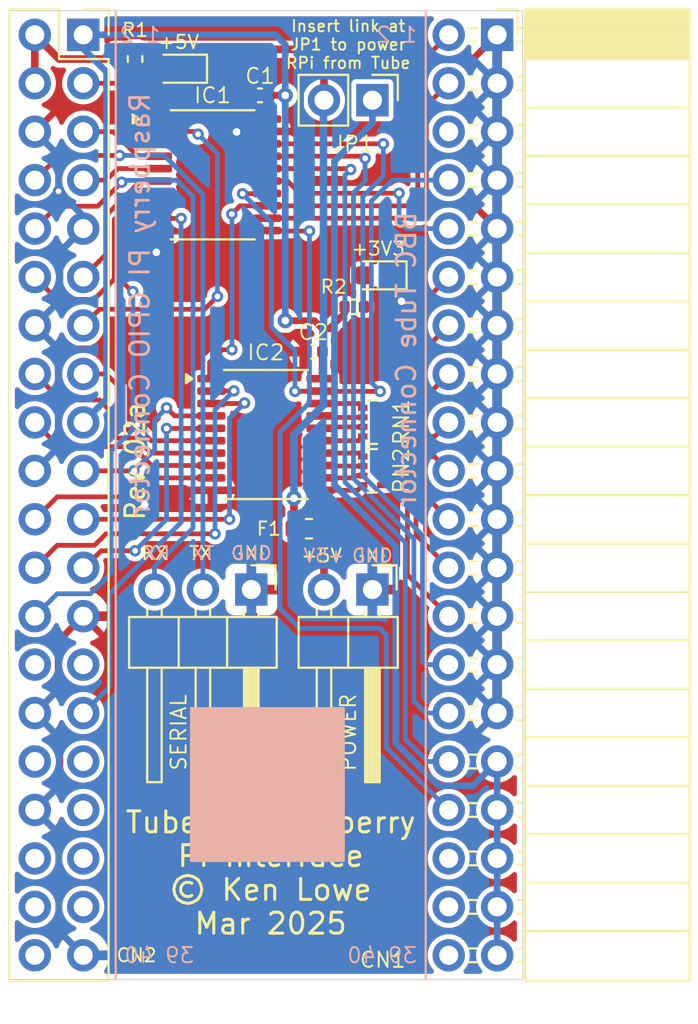
<source format=kicad_pcb>
(kicad_pcb (version 20241229) (generator "pcbnew") (generator_version "9.0")
  (title_block (title "BBC Micro Tube to Raspberry PI Zero Interface") (date "2025-03-31") (rev "02a") (company "Ken Lowe") (comment 1 "Rev 02a - Minor position change for RN2") (comment 2 "Rev 02 - Added 500mA Polyfuse. Increased LED resistor sizes") (comment 3 "Rev 01 - Initial Release"))
  (layers (0 "F.Cu" signal) (2 "B.Cu" signal) (13 "F.Paste" user) (15 "B.Paste" user) (5 "F.SilkS" user "F.Silkscreen") (7 "B.SilkS" user "B.Silkscreen") (1 "F.Mask" user) (3 "B.Mask" user) (25 "Edge.Cuts" user))
  (net 0 "")
  (net 1 "/A6")
  (net 2 "/A5")
  (net 3 "/A4")
  (net 4 "/A3")
  (net 5 "/A2")
  (net 6 "/A1")
  (net 7 "/A0")
  (net 8 "GND")
  (net 9 "/D7")
  (net 10 "/D6")
  (net 11 "/D5")
  (net 12 "/D4")
  (net 13 "/D3")
  (net 14 "/D2")
  (net 15 "/D1")
  (net 16 "/~{RST}")
  (net 17 "/~{IRQ}")
  (net 18 "/R~{W}")
  (net 19 "/L~{RST}")
  (net 20 "/LA0")
  (net 21 "/LA3")
  (net 22 "/LD4")
  (net 23 "/LD3")
  (net 24 "/LD5")
  (net 25 "/LD6")
  (net 26 "/LD7")
  (net 27 "/LR~{W}")
  (net 28 "/LA2")
  (net 29 "/LA1")
  (net 30 "/SerRX")
  (net 31 "/SerTX")
  (net 32 "/LD2")
  (net 33 "/LD1")
  (net 34 "/LD0")
  (net 35 "/D0")
  (net 36 "+3V3")
  (net 37 "/L2MHz")
  (net 38 "/RPiPWR")
  (net 39 "/TPWR")
  (net 40 "/~{TUBE}")
  (net 41 "/2MHz")
  (net 42 "/L~{TUBE}")
  (net 43 "/IC2_D0")
  (net 44 "/IC2_D1")
  (net 45 "/IC2_D2")
  (net 46 "/IC2_D3")
  (net 47 "/IC2_D4")
  (net 48 "/IC2_D5")
  (net 49 "/IC2_D6")
  (net 50 "/IC2_D7")
  (net 51 "Net-(D1-A)")
  (net 52 "Net-(D2-A)")
  (net 53 "Net-(PWR1-Pin_2)")
  (footprint "Resistor_SMD:R_Array_Concave_4x0402" (layer "F.Cu") (at 142.1304 76.188)
    (property "Reference" "RN1")
    (property "Value" "33R")
  )
  (footprint "Resistor_SMD:R_Array_Concave_4x0402" (layer "F.Cu") (at 142.1304 78.74)
    (property "Reference" "RN2")
    (property "Value" "33R")
  )
  (footprint "Connector_PinHeader_2.54mm:PinHeader_1x02_P2.54mm_Vertical" (layer "F.Cu") (at 142.1384 59.309 -90)
    (property "Reference" "JP1")
    (property "Value" "Conn_01x02")
  )
  (footprint "Capacitor_SMD:C_0402_1005Metric" (layer "F.Cu") (at 139.0396 72.4916 180)
    (property "Reference" "C2")
    (property "Value" "100nF")
  )
  (footprint "Connector_PinHeader_2.54mm:PinHeader_1x03_P2.54mm_Horizontal" (layer "F.Cu") (at 135.7884 84.963 -90)
    (property "Reference" "SERIAL1" (hide yes))
    (property "Value" "Conn_01x03")
  )
  (footprint "Package_SO:TSSOP-20_4.4x6.5mm_P0.65mm" (layer "F.Cu") (at 136.5504 76.835)
    (property "Reference" "IC2")
    (property "Value" "SN74LVC245APWR")
  )
  (footprint "Resistor_SMD:R_0402_1005Metric" (layer "F.Cu") (at 141.1859 70.1421)
    (property "Reference" "R2")
    (property "Value" "470R")
  )
  (footprint "LED_SMD:LED_0603_1608Metric" (layer "F.Cu") (at 142.4432 68.4911 180)
    (property "Reference" "D2" (hide yes))
    (property "Value" "Red")
  )
  (footprint "LED_SMD:LED_0603_1608Metric" (layer "F.Cu") (at 131.9784 57.658 180)
    (property "Reference" "D1" (hide yes))
    (property "Value" "Green")
  )
  (footprint "Resistor_SMD:R_0402_1005Metric" (layer "F.Cu") (at 129.6924 57.15 -90)
    (property "Reference" "R1")
    (property "Value" "2K2")
  )
  (footprint "Connector_PinHeader_2.54mm:PinHeader_1x02_P2.54mm_Horizontal" (layer "F.Cu") (at 142.1384 84.963 -90)
    (property "Reference" "PWR1" (hide yes))
    (property "Value" "Conn_01x02")
  )
  (footprint "TubeAdaptor:PinSocket_2x20_P2.54mm_Horizontal_Reverse" (layer "F.Cu") (at 148.6789 55.88)
    (property "Reference" "CN1")
    (property "Value" "Tube Connector")
  )
  (footprint "Capacitor_SMD:C_0402_1005Metric" (layer "F.Cu") (at 136.2432 59.055 180)
    (property "Reference" "C1")
    (property "Value" "100nF")
  )
  (footprint "Package_SO:TSSOP-20_4.4x6.5mm_P0.65mm" (layer "F.Cu") (at 133.7564 63.2206)
    (property "Reference" "IC1")
    (property "Value" "SN74LVC245APWR")
  )
  (footprint "Fuse:Fuse_0603_1608Metric" (layer "F.Cu") (at 138.8109 81.776)
    (property "Reference" "F1")
    (property "Value" "Polyfuse")
  )
  (footprint "Connector_PinSocket_2.54mm:PinSocket_2x20_P2.54mm_Vertical" (layer "F.Cu") (at 126.9746 55.88)
    (property "Reference" "CN2")
    (property "Value" "RPi")
  )
  (gr_line (start 144.9324 105.41) (end 144.9324 54.61) (stroke (width 0.12)) (layer "B.SilkS"))
  (gr_rect (start 132.6304 91.188) (end 140.6304 99.188) (stroke (width 0.12)) (fill yes) (layer "B.SilkS"))
  (gr_line (start 128.6764 54.61) (end 128.6764 105.41) (stroke (width 0.12)) (layer "B.SilkS"))
  (gr_line (start 123.0884 105.41) (end 123.0884 54.61) (stroke (width 0.05)) (layer "Edge.Cuts"))
  (gr_line (start 150.0124 54.61) (end 123.0884 54.61) (stroke (width 0.05)) (layer "Edge.Cuts"))
  (gr_line (start 150.0124 105.41) (end 150.0124 54.61) (stroke (width 0.05)) (layer "Edge.Cuts"))
  (gr_line (start 123.0884 105.41) (end 150.0124 105.41) (stroke (width 0.05)) (layer "Edge.Cuts"))
  (gr_text "GND" (at 135.7884 83.058 0) (layer "F.SilkS") (effects (font (size 0.7 0.7) (thickness 0.1))))
  (gr_text "TX" (at 133.1214 83.058 0) (layer "F.SilkS") (effects (font (size 0.7 0.7) (thickness 0.1))))
  (gr_text "RX" (at 130.7084 83.058 0) (layer "F.SilkS") (effects (font (size 0.7 0.7) (thickness 0.1))))
  (gr_text "GND" (at 142.1384 83.185 0) (layer "F.SilkS") (effects (font (size 0.7 0.7) (thickness 0.1))))
  (gr_text "Rev 02a" (at 129.6924 78.232 90) (layer "F.SilkS") (effects (font (size 1 1))))
  (gr_text "+5V" (at 139.4714 83.185 0) (layer "F.SilkS") (effects (font (size 0.7 0.7) (thickness 0.1))))
  (gr_text "POWER" (at 140.8684 92.456 90) (layer "F.SilkS") (effects (font (size 0.8 0.8) (thickness 0.1))))
  (gr_text "+3V3" (at 142.4432 67.0941 0) (layer "F.SilkS") (effects (font (size 0.7 0.7) (thickness 0.1))))
  (gr_text "Insert link at\nJP1 to power\nRPi from Tube" (at 140.8684 56.388 0) (layer "F.SilkS") (effects (font (size 0.6 0.6) (thickness 0.1))))
  (gr_text "Tube to Raspberry\nPI Interface\n© Ken Lowe\nMar 2025" (at 136.8044 99.822 0) (layer "F.SilkS") (effects (font (size 1.1 1.1) (thickness 0.16))))
  (gr_text "SERIAL" (at 131.9784 92.456 90) (layer "F.SilkS") (effects (font (size 0.8 0.8) (thickness 0.1))))
  (gr_text "+5V" (at 131.9784 56.261 0) (layer "F.SilkS") (effects (font (size 0.7 0.7) (thickness 0.1))))
  (gr_text "1 2" (at 129.9464 55.88 0) (layer "B.SilkS") (effects (font (size 0.8 0.8) (thickness 0.1)) (justify mirror)))
  (gr_text "1 2" (at 143.4084 55.88 0) (layer "B.SilkS") (effects (font (size 0.8 0.8) (thickness 0.1)) (justify mirror)))
  (gr_text "Raspberry PI GPIO Connector" (at 129.9464 70.0278 90) (layer "B.SilkS") (effects (font (size 1 1)) (justify mirror)))
  (gr_text "GND" (at 135.7884 83.058 0) (layer "B.SilkS") (effects (font (size 0.7 0.7) (thickness 0.1)) (justify mirror)))
  (gr_text "39 40" (at 130.9624 104.14 0) (layer "B.SilkS") (effects (font (size 0.8 0.8) (thickness 0.1)) (justify mirror)))
  (gr_text "RX" (at 130.8354 83.058 0) (layer "B.SilkS") (effects (font (size 0.7 0.7) (thickness 0.1)) (justify mirror)))
  (gr_text "TX" (at 133.2484 83.058 0) (layer "B.SilkS") (effects (font (size 0.7 0.7) (thickness 0.1)) (justify mirror)))
  (gr_text "+5V" (at 139.5984 83.185 0) (layer "B.SilkS") (effects (font (size 0.7 0.7) (thickness 0.1)) (justify mirror)))
  (gr_text "GND" (at 142.1384 83.185 0) (layer "B.SilkS") (effects (font (size 0.7 0.7) (thickness 0.1)) (justify mirror)))
  (gr_text "39 40" (at 142.6464 104.14 0) (layer "B.SilkS") (effects (font (size 0.8 0.8) (thickness 0.1)) (justify mirror)))
  (gr_text "BBC Tube Connector" (at 143.9164 72.898 90) (layer "B.SilkS") (effects (font (size 1 1)) (justify mirror)))
  (segment (start 138.8364 66.167) (end 136.7278 66.167) (width 0.25) (layer "F.Cu") (net 4))
  (via (at 138.8364 66.167) (size 0.6) (drill 0.3) (layers "F.Cu" "B.Cu") (net 4))
  (segment (start 142.863391 93.244491) (end 146.1389 96.52) (width 0.25) (layer "B.Cu") (net 4))
  (segment (start 138.8364 75.172) (end 137.2984 76.71) (width 0.25) (layer "B.Cu") (net 4))
  (segment (start 137.2984 76.71) (end 137.2984 85.965) (width 0.25) (layer "B.Cu") (net 4))
  (segment (start 142.524361 86.999961) (end 142.863391 87.338991) (width 0.25) (layer "B.Cu") (net 4))
  (segment (start 138.8364 66.167) (end 138.8364 75.172) (width 0.25) (layer "B.Cu") (net 4))
  (segment (start 142.863391 87.338991) (end 142.863391 93.244491) (width 0.25) (layer "B.Cu") (net 4))
  (segment (start 138.333361 86.999961) (end 142.524361 86.999961) (width 0.25) (layer "B.Cu") (net 4))
  (segment (start 137.2984 85.965) (end 138.333361 86.999961) (width 0.25) (layer "B.Cu") (net 4))
  (segment (start 136.7064 62.8956) (end 140.945 62.8956) (width 0.25) (layer "F.Cu") (net 5))
  (segment (start 140.945 62.8956) (end 140.9954 62.946) (width 0.25) (layer "F.Cu") (net 5))
  (via (at 140.9954 62.946) (size 0.6) (drill 0.3) (layers "F.Cu" "B.Cu") (net 5))
  (segment (start 143.863411 82.495803) (end 143.863411 92.810393) (width 0.25) (layer "B.Cu") (net 5))
  (segment (start 140.695401 63.245999) (end 140.695401 79.327793) (width 0.25) (layer "B.Cu") (net 5))
  (segment (start 140.695401 79.327793) (end 143.863411 82.495803) (width 0.25) (layer "B.Cu") (net 5))
  (segment (start 140.9954 62.946) (end 140.695401 63.245999) (width 0.25) (layer "B.Cu") (net 5))
  (segment (start 145.033018 93.98) (end 146.1389 93.98) (width 0.25) (layer "B.Cu") (net 5))
  (segment (start 143.863411 92.810393) (end 145.033018 93.98) (width 0.25) (layer "B.Cu") (net 5))
  (segment (start 141.646 62.2456) (end 141.7574 62.357) (width 0.25) (layer "F.Cu") (net 6))
  (segment (start 136.7064 62.2456) (end 141.646 62.2456) (width 0.25) (layer "F.Cu") (net 6))
  (via (at 141.7574 62.357) (size 0.6) (drill 0.3) (layers "F.Cu" "B.Cu") (net 6))
  (segment (start 144.313421 90.816602) (end 144.936819 91.44) (width 0.25) (layer "B.Cu") (net 6))
  (segment (start 141.7574 62.357) (end 141.7574 63.548411) (width 0.25) (layer "B.Cu") (net 6))
  (segment (start 144.936819 91.44) (end 146.1389 91.44) (width 0.25) (layer "B.Cu") (net 6))
  (segment (start 144.31342 82.309416) (end 144.313421 90.816602) (width 0.25) (layer "B.Cu") (net 6))
  (segment (start 141.145411 79.141407) (end 144.31342 82.309416) (width 0.25) (layer "B.Cu") (net 6))
  (segment (start 141.7574 63.548411) (end 141.145411 64.1604) (width 0.25) (layer "B.Cu") (net 6))
  (segment (start 141.145411 64.1604) (end 141.145411 79.141407) (width 0.25) (layer "B.Cu") (net 6))
  (segment (start 136.707 61.595) (end 142.7099 61.595) (width 0.25) (layer "F.Cu") (net 7))
  (via (at 142.7099 61.595) (size 0.6) (drill 0.3) (layers "F.Cu" "B.Cu") (net 7))
  (segment (start 142.7099 63.286731) (end 141.6304 64.366231) (width 0.25) (layer "B.Cu") (net 7))
  (segment (start 144.763429 88.72661) (end 144.936819 88.9) (width 0.25) (layer "B.Cu") (net 7))
  (segment (start 144.936819 88.9) (end 146.1389 88.9) (width 0.25) (layer "B.Cu") (net 7))
  (segment (start 141.6304 64.366231) (end 141.6304 78.99) (width 0.25) (layer "B.Cu") (net 7))
  (segment (start 142.7099 61.595) (end 142.7099 63.286731) (width 0.25) (layer "B.Cu") (net 7))
  (segment (start 144.763429 82.123029) (end 144.763429 88.72661) (width 0.25) (layer "B.Cu") (net 7))
  (segment (start 141.6304 78.99) (end 144.763429 82.123029) (width 0.25) (layer "B.Cu") (net 7))
  (segment (start 124.4346 91.44) (end 125.659601 90.214999) (width 0.35) (layer "F.Cu") (net 8))
  (segment (start 138.5546 72.1716) (end 138.057832 71.674832) (width 0.35) (layer "F.Cu") (net 8))
  (segment (start 147.4089 74.93) (end 148.6789 73.66) (width 0.35) (layer "F.Cu") (net 8))
  (segment (start 148.6789 71.12) (end 147.4724 72.3265) (width 0.35) (layer "F.Cu") (net 8))
  (segment (start 127.9906 87.376) (end 126.9746 86.36) (width 0.35) (layer "F.Cu") (net 8))
  (segment (start 147.3835 67.2846) (end 133.858 67.2846) (width 0.35) (layer "F.Cu") (net 8))
  (segment (start 142.3924 87.63) (end 142.1384 87.376) (width 0.35) (layer "F.Cu") (net 8))
  (segment (start 148.6789 88.9) (end 147.4089 87.63) (width 0.35) (layer "F.Cu") (net 8))
  (segment (start 148.6789 60.96) (end 147.4089 62.23) (width 0.35) (layer "F.Cu") (net 8))
  (segment (start 130.8064 66.1456) (end 130.8064 67.3064) (width 0.35) (layer "F.Cu") (net 8))
  (segment (start 148.6789 63.5) (end 147.4089 62.23) (width 0.35) (layer "F.Cu") (net 8))
  (segment (start 130.8064 67.3064) (end 130.81 67.31) (width 0.35) (layer "F.Cu") (net 8))
  (segment (start 133.7564 79.756) (end 132.7404 79.756) (width 0.35) (layer "F.Cu") (net 8))
  (segment (start 147.4089 87.63) (end 148.6789 86.36) (width 0.35) (layer "F.Cu") (net 8))
  (segment (start 134.5754 87.376) (end 127.9906 87.376) (width 0.35) (layer "F.Cu") (net 8))
  (segment (start 125.749599 95.205001) (end 125.749599 92.754999) (width 0.35) (layer "F.Cu") (net 8))
  (segment (start 135.0154 60.971) (end 136.681 60.971) (width 0.35) (layer "F.Cu") (net 8))
  (segment (start 138.5546 72.4916) (end 138.5546 72.1716) (width 0.35) (layer "F.Cu") (net 8))
  (segment (start 148.6789 68.58) (end 147.3835 67.2846) (width 0.35) (layer "F.Cu") (net 8))
  (segment (start 133.6004 79.76) (end 135.2844 79.76) (width 0.35) (layer "F.Cu") (net 8))
  (segment (start 124.4346 71.12) (end 125.659601 72.345001) (width 0.35) (layer "F.Cu") (net 8))
  (segment (start 126.9746 104.14) (end 125.6919 102.8573) (width 0.35) (layer "F.Cu") (net 8))
  (segment (start 148.6789 58.42) (end 147.4089 57.15) (width 0.35) (layer "F.Cu") (net 8))
  (segment (start 135.0154 59.7978) (end 135.7582 59.055) (width 0.35) (layer "F.Cu") (net 8))
  (segment (start 135.0154 60.971) (end 133.877402 60.971) (width 0.35) (layer "F.Cu") (net 8))
  (segment (start 126.9746 66.04) (end 125.6284 67.3862) (width 0.35) (layer "F.Cu") (net 8))
  (segment (start 133.858 67.2846) (end 133.858 60.951598) (width 0.35) (layer "F.Cu") (net 8))
  (segment (start 135.7884 80.264) (end 135.7884 84.963) (width 0.35) (layer "F.Cu") (net 8))
  (segment (start 143.2307 67.296302) (end 143.2307 68.4911) (width 0.35) (layer "F.Cu") (net 8))
  (segment (start 133.202002 60.2956) (end 130.8064 60.2956) (width 0.35) (layer "F.Cu") (net 8))
  (segment (start 135.2844 79.76) (end 135.7884 80.264) (width 0.35) (layer "F.Cu") (net 8))
  (segment (start 148.6789 83.82) (end 147.4089 82.55) (width 0.35) (layer "F.Cu") (net 8))
  (segment (start 125.6919 102.8573) (end 125.6919 97.7773) (width 0.35) (layer "F.Cu") (net 8))
  (segment (start 148.6789 63.5) (end 147.4089 64.77) (width 0.35) (layer "F.Cu") (net 8))
  (segment (start 126.9746 86.36) (end 125.659601 87.674999) (width 0.35) (layer "F.Cu") (net 8))
  (segment (start 135.7884 86.163) (end 134.5754 87.376) (width 0.35) (layer "F.Cu") (net 8))
  (segment (start 135.7884 86.163) (end 137.2554 87.63) (width 0.35) (layer "F.Cu") (net 8))
  (segment (start 135.0154 60.971) (end 135.0154 59.7978) (width 0.35) (layer "F.Cu") (net 8))
  (segment (start 132.7404 79.756) (end 131.9784 80.518) (width 0.35) (layer "F.Cu") (net 8))
  (segment (start 124.4346 96.52) (end 125.749599 95.205001) (width 0.35) (layer "F.Cu") (net 8))
  (segment (start 147.4724 69.9135) (end 148.6789 71.12) (width 0.35) (layer "F.Cu") (net 8))
  (segment (start 147.4724 69.7865) (end 147.4724 69.9135) (width 0.35) (layer "F.Cu") (net 8))
  (segment (start 125.6919 97.7773) (end 124.4346 96.52) (width 0.35) (layer "F.Cu") (net 8))
  (segment (start 148.6789 73.66) (end 147.4089 72.39) (width 0.35) (layer "F.Cu") (net 8))
  (segment (start 132.7659 57.658) (end 134.6812 57.658) (width 0.35) (layer "F.Cu") (net 8))
  (segment (start 135.7582 58.735) (end 135.7582 59.055) (width 0.35) (layer "F.Cu") (net 8))
  (segment (start 148.6789 81.28) (end 147.4724 82.4865) (width 0.35) (layer "F.Cu") (net 8))
  (segment (start 134.6812 57.658) (end 135.7582 58.735) (width 0.35) (layer "F.Cu") (net 8))
  (segment (start 125.659601 90.214999) (end 125.659601 87.674999) (width 0.35) (layer "F.Cu") (net 8))
  (segment (start 135.7884 84.963) (end 135.7884 86.163) (width 0.35) (layer "F.Cu") (net 8))
  (segment (start 125.749599 92.754999) (end 124.4346 91.44) (width 0.35) (layer "F.Cu") (net 8))
  (segment (start 125.659601 72.345001) (end 132.7404 72.345001) (width 0.35) (layer "F.Cu") (net 8))
  (segment (start 148.6789 76.2) (end 147.4089 74.93) (width 0.35) (layer "F.Cu") (net 8))
  (segment (start 124.4346 60.96) (end 125.4506 59.944) (width 0.35) (layer "F.Cu") (net 8))
  (segment (start 130.2004 80.518) (end 131.9784 80.518) (width 0.35) (layer "F.Cu") (net 8))
  (segment (start 133.858 67.2846) (end 130.81 67.2846) (width 0.35) (layer "F.Cu") (net 8))
  (segment (start 142.3924 87.63) (end 137.2554 87.63) (width 0.35) (layer "F.Cu") (net 8))
  (segment (start 148.6789 91.44) (end 147.4089 92.71) (width 0.35) (layer "F.Cu") (net 8))
  (segment (start 147.4089 64.77) (end 148.6789 66.04) (width 0.35) (layer "F.Cu") (net 8))
  (segment (start 148.6789 68.58) (end 147.4724 69.7865) (width 0.35) (layer "F.Cu") (net 8))
  (segment (start 132.7404 72.345001) (end 133.410569 71.674832) (width 0.35) (layer "F.Cu") (net 8))
  (segment (start 133.410569 71.674832) (end 138.057832 71.674832) (width 0.35) (layer "F.Cu") (net 8))
  (segment (start 133.858 60.951598) (end 133.202002 60.2956) (width 0.35) (layer "F.Cu") (net 8))
  (segment (start 147.4089 57.15) (end 148.6789 55.88) (width 0.35) (layer "F.Cu") (net 8))
  (segment (start 142.1384 87.376) (end 142.1384 84.963) (width 0.35) (layer "F.Cu") (net 8))
  (segment (start 147.4089 87.63) (end 142.3924 87.63) (width 0.35) (layer "F.Cu") (net 8))
  (via (at 143.6624 69.85) (size 0.8) (drill 0.4) (layers "F.Cu" "B.Cu") (net 8))
  (via (at 135.0154 60.971) (size 0.8) (drill 0.4) (layers "F.Cu" "B.Cu") (net 8))
  (via (at 130.2004 80.518) (size 0.8) (drill 0.4) (layers "F.Cu" "B.Cu") (net 8))
  (via (at 130.81 67.2846) (size 0.8) (drill 0.4) (layers "F.Cu" "B.Cu") (net 8))
  (via (at 125.6792 64.0842) (size 0.6) (drill 0.3) (layers "F.Cu" "B.Cu") (net 8))
  (segment (start 126.9746 65.3796) (end 125.6792 64.0842) (width 0.35) (layer "B.Cu") (net 8))
  (segment (start 124.4346 71.12) (end 125.749599 69.805001) (width 0.35) (layer "B.Cu") (net 8))
  (segment (start 125.749599 90.125001) (end 126.650201 90.125001) (width 0.35) (layer "B.Cu") (net 8))
  (segment (start 148.6789 71.12) (end 147.4724 72.3265) (width 0.35) (layer "B.Cu") (net 8))
  (segment (start 147.453899 57.194999) (end 145.485399 57.194999) (width 0.35) (layer "B.Cu") (net 8))
  (segment (start 124.4346 91.44) (end 125.749599 90.125001) (width 0.35) (layer "B.Cu") (net 8))
  (segment (start 148.6789 83.82) (end 147.4089 82.55) (width 0.35) (layer "B.Cu") (net 8))
  (segment (start 148.6789 58.42) (end 147.4089 59.69) (width 0.35) (layer "B.Cu") (net 8))
  (segment (start 147.4089 64.77) (end 144.7419 64.77) (width 0.35) (layer "B.Cu") (net 8))
  (segment (start 147.4089 85.09) (end 148.6789 86.36) (width 0.35) (layer "B.Cu") (net 8))
  (segment (start 125.659601 77.514999) (end 127.924281 77.514999) (width 0.35) (layer "B.Cu") (net 8))
  (segment (start 147.4089 74.93) (end 148.6789 76.2) (width 0.35) (layer "B.Cu") (net 8))
  (segment (start 124.4346 71.12) (end 125.659601 72.345001) (width 0.35) (layer "B.Cu") (net 8))
  (segment (start 124.4346 96.52) (end 125.659601 95.294999) (width 0.35) (layer "B.Cu") (net 8))
  (segment (start 125.659601 72.345001) (end 125.659601 77.514999) (width 0.35) (layer "B.Cu") (net 8))
  (segment (start 147.4089 69.85) (end 148.6789 68.58) (width 0.35) (layer "B.Cu") (net 8))
  (segment (start 148.6789 88.9) (end 147.4089 90.17) (width 0.35) (layer "B.Cu") (net 8))
  (segment (start 148.6789 63.5) (end 147.4089 62.23) (width 0.35) (layer "B.Cu") (net 8))
  (segment (start 127.924281 77.514999) (end 128.900399 76.538881) (width 0.35) (layer "B.Cu") (net 8))
  (segment (start 148.6789 73.66) (end 147.4089 74.93) (width 0.35) (layer "B.Cu") (net 8))
  (segment (start 126.9746 104.14) (end 125.659601 102.825001) (width 0.35) (layer "B.Cu") (net 8))
  (segment (start 129.5654 67.31) (end 130.81 67.31) (width 0.35) (layer "B.Cu") (net 8))
  (segment (start 148.6789 71.12) (end 147.4089 69.85) (width 0.35) (layer "B.Cu") (net 8))
  (segment (start 126.9746 66.04) (end 125.749599 67.265001) (width 0.35) (layer "B.Cu") (net 8))
  (segment (start 143.6624 55.372) (end 139.106198 55.372) (width 0.35) (layer "B.Cu") (net 8))
  (segment (start 138.373399 56.104799) (end 138.373399 65.068999) (width 0.35) (layer "B.Cu") (net 8))
  (segment (start 125.749599 67.265001) (end 125.749599 69.805001) (width 0.35) (layer "B.Cu") (net 8))
  (segment (start 147.4089 77.47) (end 148.6789 78.74) (width 0.35) (layer "B.Cu") (net 8))
  (segment (start 124.4346 91.44) (end 125.659601 92.665001) (width 0.35) (layer "B.Cu") (net 8))
  (segment (start 139.106198 55.372) (end 138.373399 56.104799) (width 0.35) (layer "B.Cu") (net 8))
  (segment (start 148.6789 60.96) (end 147.4089 62.23) (width 0.35) (layer "B.Cu") (net 8))
  (segment (start 147.4089 87.63) (end 148.6789 88.9) (width 0.35) (layer "B.Cu") (net 8))
  (segment (start 147.4724 72.4535) (end 147.4724 72.3265) (width 0.35) (layer "B.Cu") (net 8))
  (segment (start 125.6792 62.2046) (end 124.4346 60.96) (width 0.35) (layer "B.Cu") (net 8))
  (segment (start 128.900399 76.538881) (end 128.900399 67.975001) (width 0.35) (layer "B.Cu") (net 8))
  (segment (start 125.6792 64.0842) (end 125.6792 62.2046) (width 0.35) (layer "B.Cu") (net 8))
  (segment (start 148.6789 76.2) (end 147.4089 77.47) (width 0.35) (layer "B.Cu") (net 8))
  (segment (start 147.4089 59.69) (end 148.6789 60.96) (width 0.35) (layer "B.Cu") (net 8))
  (segment (start 148.6789 91.44) (end 147.4089 90.17) (width 0.35) (layer "B.Cu") (net 8))
  (segment (start 148.6789 83.82) (end 147.4089 85.09) (width 0.35) (layer "B.Cu") (net 8))
  (segment (start 147.4089 67.31) (end 148.6789 68.58) (width 0.35) (layer "B.Cu") (net 8))
  (segment (start 148.6789 63.5) (end 147.4089 64.77) (width 0.35) (layer "B.Cu") (net 8))
  (segment (start 148.6789 78.74) (end 147.4089 80.01) (width 0.35) (layer "B.Cu") (net 8))
  (segment (start 124.4346 96.52) (end 125.7046 97.79) (width 0.35) (layer "B.Cu") (net 8))
  (segment (start 148.6789 86.36) (end 147.4089 87.63) (width 0.35) (layer "B.Cu") (net 8))
  (segment (start 147.4089 69.85) (end 143.6624 69.85) (width 0.35) (layer "B.Cu") (net 8))
  (segment (start 148.6789 91.44) (end 147.4089 92.71) (width 0.35) (layer "B.Cu") (net 8))
  (segment (start 125.659601 92.665001) (end 126.599401 92.665001) (width 0.35) (layer "B.Cu") (net 8))
  (segment (start 145.485399 57.194999) (end 143.6624 55.372) (width 0.35) (layer "B.Cu") (net 8))
  (segment (start 148.6789 73.66) (end 147.4724 72.4535) (width 0.35) (layer "B.Cu") (net 8))
  (segment (start 148.6789 58.42) (end 147.453899 57.194999) (width 0.35) (layer "B.Cu") (net 8))
  (segment (start 128.900399 67.975001) (end 129.5654 67.31) (width 0.35) (layer "B.Cu") (net 8))
  (segment (start 148.6789 81.28) (end 147.4089 82.55) (width 0.35) (layer "B.Cu") (net 8))
  (segment (start 147.4089 74.93) (end 145.1864 74.93) (width 0.35) (layer "B.Cu") (net 8))
  (segment (start 148.6789 66.04) (end 147.4089 67.31) (width 0.35) (layer "B.Cu") (net 8))
  (segment (start 147.4089 80.01) (end 148.6789 81.28) (width 0.35) (layer "B.Cu") (net 8))
  (segment (start 125.659601 77.514999) (end 124.4346 78.74) (width 0.35) (layer "B.Cu") (net 8))
  (segment (start 143.973685 79.813285) (end 143.973685 84.194785) (width 0.25) (layer "F.Cu") (net 9))
  (segment (start 143.973685 79.813285) (end 143.6504 79.49) (width 0.25) (layer "F.Cu") (net 9))
  (segment (start 143.973685 84.194785) (end 146.1389 86.36) (width 0.25) (layer "F.Cu") (net 9))
  (segment (start 143.6504 79.49) (end 142.6304 79.49) (width 0.25) (layer "F.Cu") (net 9))
  (segment (start 144.423695 79.374295) (end 144.0394 78.99) (width 0.25) (layer "F.Cu") (net 10))
  (segment (start 144.423695 82.104795) (end 144.423695 79.374295) (width 0.25) (layer "F.Cu") (net 10))
  (segment (start 144.0394 78.99) (end 142.6304 78.99) (width 0.25) (layer "F.Cu") (net 10))
  (segment (start 146.1389 83.82) (end 144.423695 82.104795) (width 0.25) (layer "F.Cu") (net 10))
  (segment (start 144.4204 78.49) (end 144.4244 78.494) (width 0.25) (layer "F.Cu") (net 11))
  (segment (start 144.9324 80.0735) (end 146.1389 81.28) (width 0.25) (layer "F.Cu") (net 11))
  (segment (start 144.4324 78.494) (end 144.9324 78.994) (width 0.25) (layer "F.Cu") (net 11))
  (segment (start 144.4244 78.494) (end 144.4324 78.494) (width 0.25) (layer "F.Cu") (net 11))
  (segment (start 144.4204 78.49) (end 142.6304 78.49) (width 0.25) (layer "F.Cu") (net 11))
  (segment (start 144.9324 78.994) (end 144.9324 80.0735) (width 0.25) (layer "F.Cu") (net 11))
  (segment (start 145.3889 77.99) (end 146.1389 78.74) (width 0.25) (layer "F.Cu") (net 12))
  (segment (start 145.3889 77.99) (end 142.6304 77.99) (width 0.25) (layer "F.Cu") (net 12))
  (segment (start 145.4009 76.938) (end 146.1389 76.2) (width 0.25) (layer "F.Cu") (net 13))
  (segment (start 142.6304 76.938) (end 145.4009 76.938) (width 0.25) (layer "F.Cu") (net 13))
  (segment (start 144.8054 75.914) (end 144.8054 74.9935) (width 0.25) (layer "F.Cu") (net 14))
  (segment (start 142.6304 76.438) (end 144.2814 76.438) (width 0.25) (layer "F.Cu") (net 14))
  (segment (start 144.2814 76.438) (end 144.8054 75.914) (width 0.25) (layer "F.Cu") (net 14))
  (segment (start 144.8054 74.9935) (end 146.1389 73.66) (width 0.25) (layer "F.Cu") (net 14))
  (segment (start 144.35539 72.90351) (end 146.1389 71.12) (width 0.25) (layer "F.Cu") (net 15))
  (segment (start 143.9244 75.938) (end 144.35539 75.50701) (width 0.25) (layer "F.Cu") (net 15))
  (segment (start 142.6304 75.938) (end 143.9244 75.938) (width 0.25) (layer "F.Cu") (net 15))
  (segment (start 144.35539 75.50701) (end 144.35539 72.90351) (width 0.25) (layer "F.Cu") (net 15))
  (segment (start 137.6814 63.5456) (end 138.3216 64.1858) (width 0.25) (layer "F.Cu") (net 16))
  (segment (start 136.7064 63.5456) (end 137.6814 63.5456) (width 0.25) (layer "F.Cu") (net 16))
  (segment (start 138.3216 64.1858) (end 143.5354 64.1858) (width 0.25) (layer "F.Cu") (net 16))
  (via (at 143.5354 64.1858) (size 0.6) (drill 0.3) (layers "F.Cu" "B.Cu") (net 16))
  (segment (start 143.5354 64.1858) (end 143.5354 65.659) (width 0.25) (layer "B.Cu") (net 16))
  (segment (start 143.9164 66.04) (end 146.1389 66.04) (width 0.25) (layer "B.Cu") (net 16))
  (segment (start 143.5354 65.659) (end 143.9164 66.04) (width 0.25) (layer "B.Cu") (net 16))
  (segment (start 133.6004 73.054) (end 133.6004 73.91) (width 0.25) (layer "F.Cu") (net 18))
  (segment (start 135.1988 64.8456) (end 136.7064 64.8456) (width 0.25) (layer "F.Cu") (net 18))
  (segment (start 144.513889 57.505011) (end 144.513889 64.553511) (width 0.25) (layer "F.Cu") (net 18))
  (segment (start 134.2644 72.39) (end 133.6004 73.054) (width 0.25) (layer "F.Cu") (net 18))
  (segment (start 144.2218 64.8456) (end 136.7064 64.8456) (width 0.25) (layer "F.Cu") (net 18))
  (segment (start 144.513889 64.553511) (end 144.2218 64.8456) (width 0.25) (layer "F.Cu") (net 18))
  (segment (start 134.7664 65.278) (end 135.1988 64.8456) (width 0.25) (layer "F.Cu") (net 18))
  (segment (start 134.7724 72.39) (end 134.2644 72.39) (width 0.25) (layer "F.Cu") (net 18))
  (segment (start 146.1389 55.88) (end 144.513889 57.505011) (width 0.25) (layer "F.Cu") (net 18))
  (via (at 134.7664 65.278) (size 0.6) (drill 0.3) (layers "F.Cu" "B.Cu") (net 18))
  (via (at 134.7724 72.39) (size 0.6) (drill 0.3) (layers "F.Cu" "B.Cu") (net 18))
  (segment (start 134.7724 72.39) (end 134.7724 65.284) (width 0.25) (layer "B.Cu") (net 18))
  (segment (start 134.7724 65.284) (end 134.7664 65.278) (width 0.25) (layer "B.Cu") (net 18))
  (segment (start 128.777798 62.8956) (end 128.777798 62.898883) (width 0.25) (layer "F.Cu") (net 19))
  (segment (start 130.8064 62.8956) (end 128.777798 62.8956) (width 0.25) (layer "F.Cu") (net 19))
  (segment (start 128.176681 63.5) (end 126.9746 63.5) (width 0.25) (layer "F.Cu") (net 19))
  (segment (start 128.777798 62.898883) (end 128.176681 63.5) (width 0.25) (layer "F.Cu") (net 19))
  (segment (start 132.853 60.9456) (end 132.9944 61.087) (width 0.25) (layer "F.Cu") (net 20))
  (segment (start 132.853 60.9456) (end 130.8064 60.9456) (width 0.25) (layer "F.Cu") (net 20))
  (segment (start 127.824599 70.270001) (end 133.336399 70.270001) (width 0.25) (layer "F.Cu") (net 20))
  (segment (start 126.9746 71.12) (end 127.824599 70.270001) (width 0.25) (layer "F.Cu") (net 20))
  (segment (start 133.336399 70.270001) (end 134.0104 69.596) (width 0.25) (layer "F.Cu") (net 20))
  (via (at 134.0104 69.596) (size 0.6) (drill 0.3) (layers "F.Cu" "B.Cu") (net 20))
  (via (at 132.9944 61.087) (size 0.6) (drill 0.3) (layers "F.Cu" "B.Cu") (net 20))
  (segment (start 134.0104 69.596) (end 134.0104 62.103) (width 0.25) (layer "B.Cu") (net 20))
  (segment (start 134.0104 62.103) (end 132.9944 61.087) (width 0.25) (layer "B.Cu") (net 20))
  (segment (start 132.1054 65.5066) (end 130.8174 65.5066) (width 0.25) (layer "F.Cu") (net 21))
  (via (at 132.1054 65.5066) (size 0.6) (drill 0.3) (layers "F.Cu" "B.Cu") (net 21))
  (segment (start 126.9746 91.44) (end 128.3335 90.0811) (width 0.25) (layer "B.Cu") (net 21))
  (segment (start 132.110909 81.437493) (end 128.3335 85.214902) (width 0.25) (layer "B.Cu") (net 21))
  (segment (start 128.3335 90.0811) (end 128.3335 85.214902) (width 0.25) (layer "B.Cu") (net 21))
  (segment (start 132.110909 81.437493) (end 132.1054 65.5066) (width 0.25) (layer "B.Cu") (net 21))
  (segment (start 130.52822 77.16) (end 129.938201 76.569981) (width 0.25) (layer "F.Cu") (net 22))
  (segment (start 128.87241 76.39601) (end 128.87241 74.355729) (width 0.25) (layer "F.Cu") (net 22))
  (segment (start 129.046381 76.569981) (end 128.87241 76.39601) (width 0.25) (layer "F.Cu") (net 22))
  (segment (start 128.176681 73.66) (end 128.87241 74.355729) (width 0.25) (layer "F.Cu") (net 22))
  (segment (start 133.6004 77.16) (end 130.52822 77.16) (width 0.25) (layer "F.Cu") (net 22))
  (segment (start 129.938201 76.569981) (end 129.046381 76.569981) (width 0.25) (layer "F.Cu") (net 22))
  (segment (start 126.9746 73.66) (end 128.176681 73.66) (width 0.25) (layer "F.Cu") (net 22))
  (segment (start 127.02681 83.82) (end 127.91581 82.931) (width 0.25) (layer "F.Cu") (net 23))
  (segment (start 131.3434 76.5175) (end 133.5929 76.5175) (width 0.25) (layer "F.Cu") (net 23))
  (segment (start 127.91581 82.931) (end 129.6924 82.931) (width 0.25) (layer "F.Cu") (net 23))
  (via (at 131.3434 76.5175) (size 0.6) (drill 0.3) (layers "F.Cu" "B.Cu") (net 23))
  (via (at 129.6924 82.931) (size 0.6) (drill 0.3) (layers "F.Cu" "B.Cu") (net 23))
  (segment (start 131.3434 81.28) (end 129.6924 82.931) (width 0.25) (layer "B.Cu") (net 23))
  (segment (start 131.3434 76.5175) (end 131.3434 81.28) (width 0.25) (layer "B.Cu") (net 23))
  (segment (start 133.6004 77.81) (end 130.54181 77.81) (width 0.25) (layer "F.Cu") (net 24))
  (segment (start 130.54181 77.81) (end 129.7518 77.01999) (width 0.25) (layer "F.Cu") (net 24))
  (segment (start 128.4224 75.627998) (end 127.819401 75.024999) (width 0.25) (layer "F.Cu") (net 24))
  (segment (start 128.73439 77.01999) (end 128.4224 76.708) (width 0.25) (layer "F.Cu") (net 24))
  (segment (start 127.819401 75.024999) (end 125.799599 75.024999) (width 0.25) (layer "F.Cu") (net 24))
  (segment (start 129.7518 77.01999) (end 128.73439 77.01999) (width 0.25) (layer "F.Cu") (net 24))
  (segment (start 125.799599 75.024999) (end 124.4346 73.66) (width 0.25) (layer "F.Cu") (net 24))
  (segment (start 128.4224 76.708) (end 128.4224 75.627998) (width 0.25) (layer "F.Cu") (net 24))
  (segment (start 130.5554 78.46) (end 133.6004 78.46) (width 0.25) (layer "F.Cu") (net 25))
  (segment (start 129.5654 77.47) (end 130.5554 78.46) (width 0.25) (layer "F.Cu") (net 25))
  (segment (start 124.4346 76.2) (end 125.7046 77.47) (width 0.25) (layer "F.Cu") (net 25))
  (segment (start 125.7046 77.47) (end 129.5654 77.47) (width 0.25) (layer "F.Cu") (net 25))
  (segment (start 129.343401 80.104999) (end 130.3384 79.11) (width 0.25) (layer "F.Cu") (net 26))
  (segment (start 124.4346 81.28) (end 125.609601 80.104999) (width 0.25) (layer "F.Cu") (net 26))
  (segment (start 130.3384 79.11) (end 133.6004 79.11) (width 0.25) (layer "F.Cu") (net 26))
  (segment (start 125.609601 80.104999) (end 129.343401 80.104999) (width 0.25) (layer "F.Cu") (net 26))
  (segment (start 128.599611 68.693991) (end 127.538601 69.755001) (width 0.25) (layer "F.Cu") (net 27))
  (segment (start 124.4346 68.58) (end 125.609601 69.755001) (width 0.25) (layer "F.Cu") (net 27))
  (segment (start 130.8064 64.1956) (end 129.964212 64.1956) (width 0.25) (layer "F.Cu") (net 27))
  (segment (start 125.609601 69.755001) (end 127.538601 69.755001) (width 0.25) (layer "F.Cu") (net 27))
  (segment (start 128.599611 65.560201) (end 128.599611 68.693991) (width 0.25) (layer "F.Cu") (net 27))
  (segment (start 129.964212 64.1956) (end 128.599611 65.560201) (width 0.25) (layer "F.Cu") (net 27))
  (segment (start 129.8314 62.2456) (end 128.5458 60.96) (width 0.25) (layer "F.Cu") (net 28))
  (segment (start 130.8064 62.2456) (end 129.8314 62.2456) (width 0.25) (layer "F.Cu") (net 28))
  (segment (start 128.5458 60.96) (end 126.9746 60.96) (width 0.25) (layer "F.Cu") (net 28))
  (segment (start 129.2352 58.42) (end 126.9746 58.42) (width 0.25) (layer "F.Cu") (net 29))
  (segment (start 129.8314 61.5956) (end 129.6924 61.4566) (width 0.25) (layer "F.Cu") (net 29))
  (segment (start 129.6924 58.8772) (end 129.2352 58.42) (width 0.25) (layer "F.Cu") (net 29))
  (segment (start 129.6924 61.4566) (end 129.6924 58.8772) (width 0.25) (layer "F.Cu") (net 29))
  (segment (start 130.8064 61.5956) (end 129.8314 61.5956) (width 0.25) (layer "F.Cu") (net 29))
  (segment (start 125.609601 64.864999) (end 127.733401 64.864999) (width 0.25) (layer "F.Cu") (net 30))
  (segment (start 124.4346 66.04) (end 125.609601 64.864999) (width 0.25) (layer "F.Cu") (net 30))
  (segment (start 127.733401 64.864999) (end 128.9884 63.61) (width 0.25) (layer "F.Cu") (net 30))
  (via (at 128.9884 63.61) (size 0.6) (drill 0.3) (layers "F.Cu" "B.Cu") (net 30))
  (segment (start 130.7084 84.963) (end 130.7084 83.760919) (width 0.25) (layer "B.Cu") (net 30))
  (segment (start 130.7084 83.760919) (end 132.730401 81.738918) (width 0.25) (layer "B.Cu") (net 30))
  (segment (start 128.9884 63.51) (end 131.8884 63.51) (width 0.25) (layer "B.Cu") (net 30))
  (segment (start 131.8884 63.51) (end 132.730401 64.352001) (width 0.25) (layer "B.Cu") (net 30))
  (segment (start 132.730401 81.738918) (end 132.730401 64.3636) (width 0.25) (layer "B.Cu") (net 30))
  (segment (start 124.4346 63.5) (end 125.73 62.2046) (width 0.25) (layer "F.Cu") (net 31))
  (segment (start 125.73 62.2046) (end 128.8796 62.2046) (width 0.25) (layer "F.Cu") (net 31))
  (via (at 128.8796 62.2046) (size 0.6) (drill 0.3) (layers "F.Cu" "B.Cu") (net 31))
  (segment (start 128.8796 62.2046) (end 131.21941 62.2046) (width 0.25) (layer "B.Cu") (net 31))
  (segment (start 133.2484 64.23359) (end 131.21941 62.2046) (width 0.25) (layer "B.Cu") (net 31))
  (segment (start 133.2484 84.963) (end 133.2484 64.23359) (width 0.25) (layer "B.Cu") (net 31))
  (segment (start 131.7654 75.86) (end 131.3434 75.438) (width 0.25) (layer "F.Cu") (net 32))
  (segment (start 126.9746 78.74) (end 129.774621 78.74) (width 0.25) (layer "F.Cu") (net 32))
  (segment (start 133.6004 75.86) (end 131.7654 75.86) (width 0.25) (layer "F.Cu") (net 32))
  (via (at 129.6289 78.74) (size 0.6) (drill 0.3) (layers "F.Cu" "B.Cu") (net 32))
  (via (at 131.3434 75.438) (size 0.6) (drill 0.3) (layers "F.Cu" "B.Cu") (net 32))
  (segment (start 130.7084 77.6605) (end 129.6289 78.74) (width 0.25) (layer "B.Cu") (net 32))
  (segment (start 131.3434 75.438) (end 130.718399 76.063001) (width 0.25) (layer "B.Cu") (net 32))
  (segment (start 130.718399 77.650501) (end 130.7084 77.6605) (width 0.25) (layer "B.Cu") (net 32))
  (segment (start 130.718399 76.063001) (end 130.718399 77.650501) (width 0.25) (layer "B.Cu") (net 32))
  (segment (start 126.9746 81.28) (end 134.6454 81.28) (width 0.25) (layer "F.Cu") (net 33))
  (segment (start 135.4068 75.21) (end 135.4328 75.184) (width 0.25) (layer "F.Cu") (net 33))
  (segment (start 133.6004 75.21) (end 135.4068 75.21) (width 0.25) (layer "F.Cu") (net 33))
  (via (at 135.4328 75.184) (size 0.6) (drill 0.3) (layers "F.Cu" "B.Cu") (net 33))
  (via (at 134.6454 81.28) (size 0.6) (drill 0.3) (layers "F.Cu" "B.Cu") (net 33))
  (segment (start 135.4328 75.184) (end 134.6454 75.9714) (width 0.25) (layer "B.Cu") (net 33))
  (segment (start 134.6454 75.9714) (end 134.6454 81.28) (width 0.25) (layer "B.Cu") (net 33))
  (segment (start 125.609601 82.644999) (end 127.565401 82.644999) (width 0.25) (layer "F.Cu") (net 34))
  (segment (start 124.4346 83.82) (end 125.609601 82.644999) (width 0.25) (layer "F.Cu") (net 34))
  (segment (start 127.565401 82.644999) (end 128.1684 82.042) (width 0.25) (layer "F.Cu") (net 34))
  (segment (start 134.874 74.549) (end 133.6004 74.56) (width 0.25) (layer "F.Cu") (net 34))
  (segment (start 128.1684 82.042) (end 133.8834 82.042) (width 0.25) (layer "F.Cu") (net 34))
  (via (at 134.874 74.549) (size 0.6) (drill 0.3) (layers "F.Cu" "B.Cu") (net 34))
  (via (at 133.8834 82.042) (size 0.6) (drill 0.3) (layers "F.Cu" "B.Cu") (net 34))
  (segment (start 133.8834 75.5396) (end 133.8834 82.042) (width 0.25) (layer "B.Cu") (net 34))
  (segment (start 134.874 74.549) (end 133.8834 75.5396) (width 0.25) (layer "B.Cu") (net 34))
  (segment (start 143.90538 70.81352) (end 146.1389 68.58) (width 0.25) (layer "F.Cu") (net 35))
  (segment (start 143.5354 75.438) (end 143.90538 75.06802) (width 0.25) (layer "F.Cu") (net 35))
  (segment (start 142.6304 75.438) (end 143.5354 75.438) (width 0.25) (layer "F.Cu") (net 35))
  (segment (start 143.90538 75.06802) (end 143.90538 70.81352) (width 0.25) (layer "F.Cu") (net 35))
  (segment (start 139.5246 71.3002) (end 139.8628 71.3002) (width 0.35) (layer "F.Cu") (net 36))
  (segment (start 136.7282 59.055) (end 136.7282 60.2738) (width 0.35) (layer "F.Cu") (net 36))
  (segment (start 137.5664 70.866) (end 139.0904 70.866) (width 0.35) (layer "F.Cu") (net 36))
  (segment (start 140.7009 70.4621) (end 140.7009 70.1421) (width 0.35) (layer "F.Cu") (net 36))
  (segment (start 137.5664 59.055) (end 136.7282 59.055) (width 0.35) (layer "F.Cu") (net 36))
  (segment (start 139.8628 71.3002) (end 140.7009 70.4621) (width 0.35) (layer "F.Cu") (net 36))
  (segment (start 139.5246 71.3002) (end 139.5246 72.4916) (width 0.35) (layer "F.Cu") (net 36))
  (segment (start 139.0904 70.866) (end 139.5246 71.3002) (width 0.35) (layer "F.Cu") (net 36))
  (segment (start 139.5004 73.91) (end 139.5004 72.5158) (width 0.35) (layer "F.Cu") (net 36))
  (via (at 137.5664 70.866) (size 0.8) (drill 0.4) (layers "F.Cu" "B.Cu") (net 36))
  (via (at 137.5664 59.055) (size 0.8) (drill 0.4) (layers "F.Cu" "B.Cu") (net 36))
  (segment (start 126.9746 56.606998) (end 128.199601 57.831999) (width 0.35) (layer "B.Cu") (net 36))
  (segment (start 137.5664 59.055) (end 137.5664 56.388) (width 0.35) (layer "B.Cu") (net 36))
  (segment (start 137.5664 59.055) (end 137.5664 70.866) (width 0.35) (layer "B.Cu") (net 36))
  (segment (start 126.9746 76.2) (end 128.199601 74.974999) (width 0.35) (layer "B.Cu") (net 36))
  (segment (start 126.9746 55.88) (end 126.9746 56.606998) (width 0.35) (layer "B.Cu") (net 36))
  (segment (start 128.199601 74.974999) (end 128.199601 57.831999) (width 0.35) (layer "B.Cu") (net 36))
  (segment (start 137.0584 55.88) (end 137.5664 56.388) (width 0.35) (layer "B.Cu") (net 36))
  (segment (start 126.9746 55.88) (end 137.0584 55.88) (width 0.35) (layer "B.Cu") (net 36))
  (segment (start 129.54 69.342) (end 129.029611 68.831611) (width 0.25) (layer "F.Cu") (net 37))
  (segment (start 129.029611 65.826989) (end 130.010999 64.8456) (width 0.25) (layer "F.Cu") (net 37))
  (segment (start 129.5754 69.342) (end 129.54 69.342) (width 0.25) (layer "F.Cu") (net 37))
  (segment (start 130.010999 64.8456) (end 130.8064 64.8456) (width 0.25) (layer "F.Cu") (net 37))
  (segment (start 129.029611 68.831611) (end 129.029611 65.826989) (width 0.25) (layer "F.Cu") (net 37))
  (via (at 129.5754 69.342) (size 0.6) (drill 0.3) (layers "F.Cu" "B.Cu") (net 37))
  (segment (start 128.441001 84.092601) (end 127.348603 85.184999) (width 0.25) (layer "B.Cu") (net 37))
  (segment (start 125.609601 85.184999) (end 124.4346 86.36) (width 0.25) (layer "B.Cu") (net 37))
  (segment (start 128.441001 84.092601) (end 128.441001 77.705399) (width 0.25) (layer "B.Cu") (net 37))
  (segment (start 129.5754 76.571) (end 129.5754 69.342) (width 0.25) (layer "B.Cu") (net 37))
  (segment (start 128.441001 77.705399) (end 129.5754 76.571) (width 0.25) (layer "B.Cu") (net 37))
  (segment (start 127.348603 85.184999) (end 125.609601 85.184999) (width 0.25) (layer "B.Cu") (net 37))
  (segment (start 124.4346 55.88) (end 125.7046 57.15) (width 0.4) (layer "F.Cu") (net 38))
  (segment (start 139.5984 57.3278) (end 139.5984 59.309) (width 0.4) (layer "F.Cu") (net 38))
  (segment (start 129.6924 56.64) (end 138.9106 56.64) (width 0.4) (layer "F.Cu") (net 38))
  (segment (start 138.0234 80.1751) (end 138.0234 81.776) (width 0.4) (layer "F.Cu") (net 38))
  (segment (start 128.6276 56.64) (end 129.6924 56.64) (width 0.4) (layer "F.Cu") (net 38))
  (segment (start 128.1176 57.15) (end 128.6276 56.64) (width 0.4) (layer "F.Cu") (net 38))
  (segment (start 125.7046 57.15) (end 128.1176 57.15) (width 0.4) (layer "F.Cu") (net 38))
  (segment (start 124.4346 58.42) (end 124.4346 55.88) (width 0.4) (layer "F.Cu") (net 38))
  (segment (start 138.9106 56.64) (end 139.5984 57.3278) (width 0.4) (layer "F.Cu") (net 38))
  (via (at 138.0234 80.1751) (size 0.8) (drill 0.4) (layers "F.Cu" "B.Cu") (net 38))
  (segment (start 138.0236 80.1749) (end 138.0234 80.1751) (width 0.4) (layer "B.Cu") (net 38))
  (segment (start 138.0236 76.835) (end 138.0236 80.1749) (width 0.4) (layer "B.Cu") (net 38))
  (segment (start 139.57341 75.28519) (end 138.0236 76.835) (width 0.4) (layer "B.Cu") (net 38))
  (segment (start 139.57341 59.33399) (end 139.57341 75.28519) (width 0.4) (layer "B.Cu") (net 38))
  (segment (start 140.14841 79.487908) (end 140.14841 62.49899) (width 0.35) (layer "B.Cu") (net 39))
  (segment (start 147.4089 95.25) (end 145.595898 95.25) (width 0.35) (layer "B.Cu") (net 39))
  (segment (start 145.595898 95.25) (end 143.363401 93.017503) (width 0.35) (layer "B.Cu") (net 39))
  (segment (start 140.14841 62.49899) (end 142.1384 60.509) (width 0.35) (layer "B.Cu") (net 39))
  (segment (start 143.363401 82.702899) (end 140.14841 79.487908) (width 0.35) (layer "B.Cu") (net 39))
  (segment (start 142.1384 60.509) (end 142.1384 59.309) (width 0.35) (layer "B.Cu") (net 39))
  (segment (start 143.363401 93.017503) (end 143.363401 82.702899) (width 0.35) (layer "B.Cu") (net 39))
  (segment (start 148.6789 93.98) (end 147.4089 95.25) (width 0.35) (layer "B.Cu") (net 39))
  (segment (start 148.6789 93.98) (end 148.6789 104.14) (width 0.35) (layer "B.Cu") (net 39))
  (segment (start 135.3312 64.21) (end 136.692 64.21) (width 0.25) (layer "F.Cu") (net 40))
  (segment (start 138.0744 74.5744) (end 139.5004 74.56) (width 0.25) (layer "F.Cu") (net 40))
  (segment (start 142.5448 74.5744) (end 139.5148 74.5744) (width 0.25) (layer "F.Cu") (net 40))
  (via (at 142.5448 74.5744) (size 0.6) (drill 0.3) (layers "F.Cu" "B.Cu") (net 40))
  (via (at 138.0744 74.5744) (size 0.6) (drill 0.3) (layers "F.Cu" "B.Cu") (net 40))
  (via (at 135.3312 64.21) (size 0.6) (drill 0.3) (layers "F.Cu" "B.Cu") (net 40))
  (segment (start 146.1389 63.5) (end 143.1798 63.5) (width 0.25) (layer "B.Cu") (net 40))
  (segment (start 142.08041 64.59939) (end 142.08041 74.11001) (width 0.25) (layer "B.Cu") (net 40))
  (segment (start 142.08041 74.11001) (end 142.5448 74.5744) (width 0.25) (layer "B.Cu") (net 40))
  (segment (start 136.841399 71.214001) (end 138.0744 72.447002) (width 0.25) (layer "B.Cu") (net 40))
  (segment (start 136.841399 65.720199) (end 136.841399 71.214001) (width 0.25) (layer "B.Cu") (net 40))
  (segment (start 138.0744 72.447002) (end 138.0744 74.5744) (width 0.25) (layer "B.Cu") (net 40))
  (segment (start 143.1798 63.5) (end 142.08041 64.59939) (width 0.25) (layer "B.Cu") (net 40))
  (segment (start 135.3312 64.21) (end 136.841399 65.720199) (width 0.25) (layer "B.Cu") (net 40))
  (segment (start 144.6386 65.4956) (end 136.7064 65.4956) (width 0.25) (layer "F.Cu") (net 41))
  (segment (start 144.963899 65.170301) (end 144.6386 65.4956) (width 0.25) (layer "F.Cu") (net 41))
  (segment (start 146.1389 58.42) (end 144.963899 59.595001) (width 0.25) (layer "F.Cu") (net 41))
  (segment (start 144.963899 59.595001) (end 144.963899 65.170301) (width 0.25) (layer "F.Cu") (net 41))
  (segment (start 128.149601 65.373801) (end 129.977802 63.5456) (width 0.25) (layer "F.Cu") (net 42))
  (segment (start 128.149601 67.404999) (end 128.149601 65.373801) (width 0.25) (layer "F.Cu") (net 42))
  (segment (start 126.9746 68.58) (end 128.149601 67.404999) (width 0.25) (layer "F.Cu") (net 42))
  (segment (start 129.977802 63.5456) (end 130.8064 63.5456) (width 0.25) (layer "F.Cu") (net 42))
  (segment (start 141.4024 75.21) (end 141.6304 75.438) (width 0.25) (layer "F.Cu") (net 43))
  (segment (start 139.5004 75.21) (end 141.4024 75.21) (width 0.25) (layer "F.Cu") (net 43))
  (segment (start 139.5004 75.86) (end 139.5784 75.938) (width 0.25) (layer "F.Cu") (net 44))
  (segment (start 139.5784 75.938) (end 141.6304 75.938) (width 0.25) (layer "F.Cu") (net 44))
  (segment (start 139.5724 76.438) (end 141.6304 76.438) (width 0.25) (layer "F.Cu") (net 45))
  (segment (start 139.5004 77.16) (end 141.4084 77.16) (width 0.25) (layer "F.Cu") (net 46))
  (segment (start 141.4084 77.16) (end 141.6304 76.938) (width 0.25) (layer "F.Cu") (net 46))
  (segment (start 141.4504 77.81) (end 141.6304 77.99) (width 0.25) (layer "F.Cu") (net 47))
  (segment (start 139.5004 77.81) (end 141.0589 77.81) (width 0.25) (layer "F.Cu") (net 47))
  (segment (start 141.0589 77.81) (end 141.4504 77.81) (width 0.25) (layer "F.Cu") (net 47))
  (segment (start 141.0589 77.81) (end 141.4584 77.81) (width 0.25) (layer "F.Cu") (net 47))
  (segment (start 141.6304 78.49) (end 139.4429 78.49) (width 0.25) (layer "F.Cu") (net 48))
  (segment (start 139.4429 78.49) (end 139.4129 78.46) (width 0.25) (layer "F.Cu") (net 48))
  (segment (start 141.183399 78.99) (end 141.6304 78.99) (width 0.25) (layer "F.Cu") (net 49))
  (segment (start 139.5004 79.11) (end 141.063399 79.11) (width 0.25) (layer "F.Cu") (net 49))
  (segment (start 141.063399 79.11) (end 141.183399 78.99) (width 0.25) (layer "F.Cu") (net 49))
  (segment (start 139.5004 79.76) (end 141.0589 79.76) (width 0.25) (layer "F.Cu") (net 50))
  (segment (start 141.0589 79.76) (end 141.3684 79.76) (width 0.25) (layer "F.Cu") (net 50))
  (segment (start 141.0589 79.76) (end 141.3604 79.76) (width 0.25) (layer "F.Cu") (net 50))
  (segment (start 141.3604 79.76) (end 141.6304 79.49) (width 0.25) (layer "F.Cu") (net 50))
  (segment (start 129.6924 57.635) (end 131.1679 57.635) (width 0.25) (layer "F.Cu") (net 51))
  (segment (start 141.6709 70.1421) (end 141.6709 68.5063) (width 0.25) (layer "F.Cu") (net 52))
  (segment (start 139.5984 81.776) (end 139.5984 84.963) (width 0.4) (layer "F.Cu") (net 53))
  (zone (net 8) (net_name "GND") (layers "F.Cu" "B.Cu") (connect_pads (clearance 0.254)) (min_thickness 0.254) (fill yes (thermal_gap 0.508) (thermal_bridge_width 0.508))
    (polygon (pts (xy 150.0124 105.41) (xy 123.0884 105.41) (xy 123.0884 54.61) (xy 150.0124 54.61)))
  )
)
</source>
